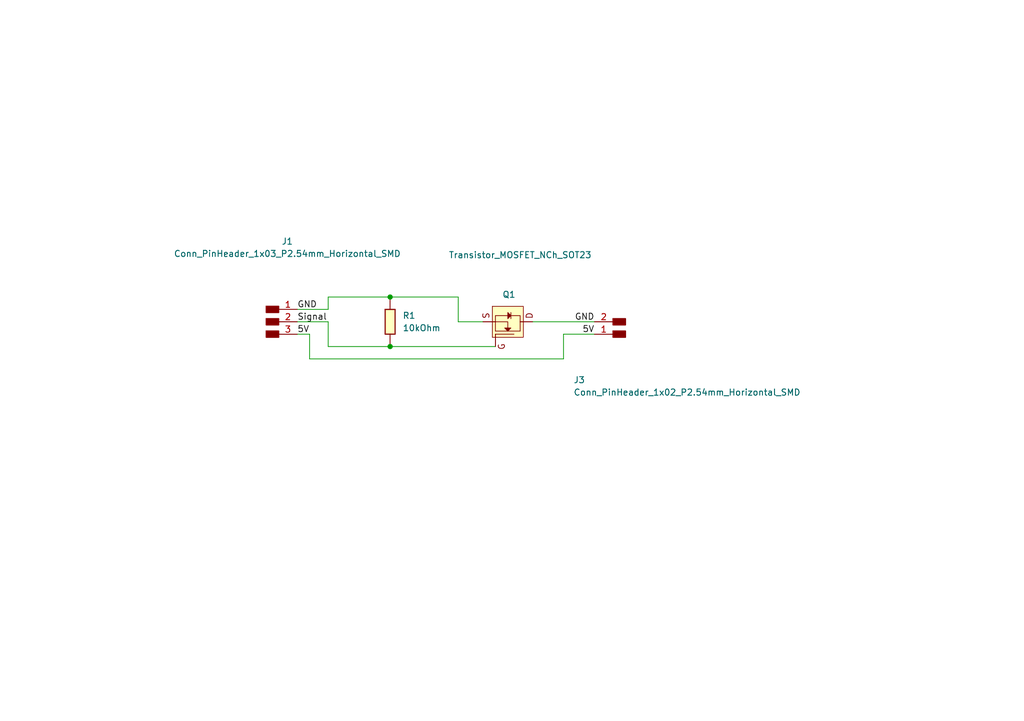
<source format=kicad_sch>
(kicad_sch (version 20231120) (generator "eeschema") (generator_version "8.0")
  (paper "A5")
  (lib_symbols
    (symbol "fab:Conn_PinHeader_1x02_P2.54mm_Horizontal_SMD" (pin_names hide)
      (property "Reference" "J" (at 0 2.54 0))
      (property "Value" "Conn_PinHeader_1x02_P2.54mm_Horizontal_SMD" (at 0 -5.08 0))
      (symbol "Conn_PinHeader_1x02_P2.54mm_Horizontal_SMD_1_1"
        (rectangle (start -1.27 -1.905) (end 1.27 -3.175) (stroke (width 0.254)) (fill (type outline)))
        (rectangle (start -1.27 0.635) (end 1.27 -0.635) (stroke (width 0.254)) (fill (type outline)))
        (pin passive line (at 5.08 0 180) (length 3.81) (name "Pin_1") (number "1"))
        (pin passive line (at 5.08 -2.54 180) (length 3.81) (name "Pin_2") (number "2"))
      )
    )
    (symbol "fab:Conn_PinHeader_1x03_P2.54mm_Horizontal_SMD" (pin_names hide)
      (property "Reference" "J" (at 0 5.08 0))
      (property "Value" "Conn_PinHeader_1x03_P2.54mm_Horizontal_SMD" (at 0 -5.08 0))
      (symbol "Conn_PinHeader_1x03_P2.54mm_Horizontal_SMD_1_1"
        (rectangle (start -1.27 -1.905) (end 1.27 -3.175) (stroke (width 0.254)) (fill (type outline)))
        (rectangle (start -1.27 0.635) (end 1.27 -0.635) (stroke (width 0.254)) (fill (type outline)))
        (rectangle (start -1.27 3.175) (end 1.27 1.905) (stroke (width 0.254)) (fill (type outline)))
        (pin passive line (at 5.08 2.54 180) (length 3.81) (name "Pin_1") (number "1"))
        (pin passive line (at 5.08 0 180) (length 3.81) (name "Pin_2") (number "2"))
        (pin passive line (at 5.08 -2.54 180) (length 3.81) (name "Pin_3") (number "3"))
      )
    )
    (symbol "fab:R_1206" (pin_numbers hide) (pin_names (offset 0))
      (property "Reference" "R" (at 2.54 0 90))
      (property "Value" "R_1206" (at -2.54 0 90))
      (symbol "R_1206_0_1"
        (rectangle (start -1.016 -2.54) (end 1.016 2.54) (stroke (width 0.254)) (fill (type background)))
      )
      (symbol "R_1206_1_1"
        (pin passive line (at 0 5.08 270) (length 2.54) (name "~") (number "1"))
        (pin passive line (at 0 -5.08 90) (length 2.54) (name "~") (number "2"))
      )
    )
    (symbol "fab:Transistor_MOSFET_NCh_SOT23" (pin_numbers hide) (pin_names (offset 1.016) hide)
      (property "Reference" "Q" (at 3.81 1.27 0))
      (property "Value" "Transistor_MOSFET_NCh_SOT23" (at 3.81 -1.27 0))
      (symbol "Transistor_MOSFET_NCh_SOT23_0_1"
        (polyline (pts (xy 0 2.54) (xy 1.27 2.54) (xy 1.27 -2.54) (xy 0 -2.54)))
      )
      (symbol "Transistor_MOSFET_NCh_SOT23_1_0"
        (text "D" (at 1.27 4.445 0) (effects (font (size 1.27 1.27))))
        (text "G" (at -5.08 -1.27 0) (effects (font (size 1.27 1.27))))
        (text "S" (at 1.27 -4.445 0) (effects (font (size 1.27 1.27))))
      )
      (symbol "Transistor_MOSFET_NCh_SOT23_1_1"
        (rectangle (start -3.175 3.175) (end 3.175 -3.175) (fill (type background)))
        (polyline (pts (xy -2.54 -2.54) (xy -2.54 1.27)) (stroke (width 0.15)))
        (polyline (pts (xy -1.905 -2.54) (xy 0 -2.54)) (stroke (width 0.15)))
        (polyline (pts (xy -1.905 2.54) (xy -1.905 -2.54)) (stroke (width 0.15)))
        (polyline (pts (xy 0 2.54) (xy -1.905 2.54)) (stroke (width 0.15)))
        (polyline (pts (xy 0.635 0.635) (xy 1.905 0.635)) (stroke (width 0.15)))
        (polyline (pts (xy 0 -2.54) (xy 0 0) (xy -1.905 0)) (stroke (width 0.15)))
        (polyline (pts (xy -1.905 0) (xy -1.27 0.635) (xy -1.27 -0.635) (xy -1.905 0)) (fill (type outline)))
        (polyline (pts (xy 1.27 0.635) (xy 1.905 0) (xy 0.635 0) (xy 1.27 0.635)) (fill (type outline)))
        (pin passive line (at -5.08 -2.54 0) (length 2.54) (name "G") (number "1"))
        (pin passive line (at 0 -5.08 90) (length 2.54) (name "S") (number "2"))
        (pin passive line (at 0 5.08 270) (length 2.54) (name "D") (number "3"))
      )
    )
  )
  (junction (at 80.01 71.12))
  (junction (at 80.01 60.96))
  (wire (pts (xy 67.31 63.5) (xy 67.31 60.96)))
  (wire (pts (xy 80.01 71.12) (xy 67.31 71.12)))
  (wire (pts (xy 115.57 68.58) (xy 115.57 73.66)))
  (wire (pts (xy 101.6 71.12) (xy 80.01 71.12)))
  (wire (pts (xy 67.31 71.12) (xy 67.31 66.04)))
  (wire (pts (xy 80.01 60.96) (xy 93.98 60.96)))
  (wire (pts (xy 67.31 60.96) (xy 80.01 60.96)))
  (wire (pts (xy 121.92 68.58) (xy 115.57 68.58)))
  (wire (pts (xy 115.57 73.66) (xy 63.5 73.66)))
  (wire (pts (xy 67.31 66.04) (xy 60.96 66.04)))
  (wire (pts (xy 109.22 66.04) (xy 121.92 66.04)))
  (wire (pts (xy 60.96 63.5) (xy 67.31 63.5)))
  (wire (pts (xy 93.98 60.96) (xy 93.98 66.04)))
  (wire (pts (xy 63.5 68.58) (xy 60.96 68.58)))
  (wire (pts (xy 93.98 66.04) (xy 99.06 66.04)))
  (wire (pts (xy 63.5 73.66) (xy 63.5 68.58)))
  (label "5V" (at 60.96 68.58 0))
  (label "Signal" (at 60.96 66.04 0))
  (label "GND" (at 121.92 66.04 180))
  (label "5V" (at 121.92 68.58 180))
  (label "GND" (at 60.96 63.5 0))
  (symbol (lib_id "fab:Conn_PinHeader_1x02_P2.54mm_Horizontal_SMD") (at 127 68.58 180) (unit 1)
    (property "Reference" "J3" (at 117.602 77.978 0) (effects (justify right)))
    (property "Value" "Conn_PinHeader_1x02_P2.54mm_Horizontal_SMD" (at 117.602 80.518 0) (effects (justify right)))
    (property "Footprint" "fab:PinHeader_1x02_P2.54mm_Horizontal_SMD" (effects (hide yes)))
    (property "Description" "Male connector, single row" (effects (hide yes)))
  )
  (symbol (lib_id "fab:Transistor_MOSFET_NCh_SOT23") (at 104.14 66.04 270) (mirror x) (unit 1)
    (property "Reference" "Q1" (at 104.394 60.452 90))
    (property "Value" "Transistor_MOSFET_NCh_SOT23" (at 106.68 52.324 90))
    (property "Footprint" "fab:SOT-23-3" (effects (hide yes)))
    (property "Datasheet" "https://www.onsemi.com/pub/Collateral/NDS355AN-D.PDF" (effects (hide yes)))
    (property "Description" "N-Channel mosfet NDS355AN in SOT-23 package" (effects (hide yes)))
  )
  (symbol (lib_id "fab:R_1206") (at 80.01 66.04 0) (unit 1)
    (property "Reference" "R1" (at 82.55 64.7699 0) (effects (justify left)))
    (property "Value" "10kOhm" (at 82.55 67.3099 0) (effects (justify left)))
    (property "Footprint" "fab:R_1206" (effects (hide yes)))
    (property "Description" "Resistor" (effects (hide yes)))
  )
  (symbol (lib_id "fab:Conn_PinHeader_1x03_P2.54mm_Horizontal_SMD") (at 55.88 66.04 0) (unit 1)
    (property "Reference" "J1" (at 58.928 49.53 0))
    (property "Value" "Conn_PinHeader_1x03_P2.54mm_Horizontal_SMD" (at 58.928 52.07 0))
    (property "Footprint" "fab:PinHeader_1x03_P2.54mm_Horizontal_SMD" (effects (hide yes)))
    (property "Description" "Male connector, single row" (effects (hide yes)))
  )
)
</source>
